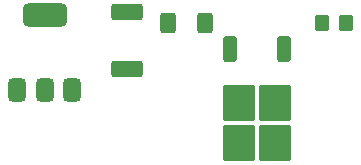
<source format=gbr>
%TF.GenerationSoftware,KiCad,Pcbnew,8.0.2*%
%TF.CreationDate,2024-08-23T15:35:12+02:00*%
%TF.ProjectId,CurrentLimiter2,43757272-656e-4744-9c69-6d6974657232,rev?*%
%TF.SameCoordinates,Original*%
%TF.FileFunction,Paste,Top*%
%TF.FilePolarity,Positive*%
%FSLAX46Y46*%
G04 Gerber Fmt 4.6, Leading zero omitted, Abs format (unit mm)*
G04 Created by KiCad (PCBNEW 8.0.2) date 2024-08-23 15:35:12*
%MOMM*%
%LPD*%
G01*
G04 APERTURE LIST*
G04 Aperture macros list*
%AMRoundRect*
0 Rectangle with rounded corners*
0 $1 Rounding radius*
0 $2 $3 $4 $5 $6 $7 $8 $9 X,Y pos of 4 corners*
0 Add a 4 corners polygon primitive as box body*
4,1,4,$2,$3,$4,$5,$6,$7,$8,$9,$2,$3,0*
0 Add four circle primitives for the rounded corners*
1,1,$1+$1,$2,$3*
1,1,$1+$1,$4,$5*
1,1,$1+$1,$6,$7*
1,1,$1+$1,$8,$9*
0 Add four rect primitives between the rounded corners*
20,1,$1+$1,$2,$3,$4,$5,0*
20,1,$1+$1,$4,$5,$6,$7,0*
20,1,$1+$1,$6,$7,$8,$9,0*
20,1,$1+$1,$8,$9,$2,$3,0*%
G04 Aperture macros list end*
%ADD10RoundRect,0.250000X-0.350000X0.850000X-0.350000X-0.850000X0.350000X-0.850000X0.350000X0.850000X0*%
%ADD11RoundRect,0.250000X-1.125000X1.275000X-1.125000X-1.275000X1.125000X-1.275000X1.125000X1.275000X0*%
%ADD12RoundRect,0.250000X0.350000X0.450000X-0.350000X0.450000X-0.350000X-0.450000X0.350000X-0.450000X0*%
%ADD13RoundRect,0.249999X-1.075001X0.450001X-1.075001X-0.450001X1.075001X-0.450001X1.075001X0.450001X0*%
%ADD14RoundRect,0.250000X0.400000X0.625000X-0.400000X0.625000X-0.400000X-0.625000X0.400000X-0.625000X0*%
%ADD15RoundRect,0.375000X0.375000X-0.625000X0.375000X0.625000X-0.375000X0.625000X-0.375000X-0.625000X0*%
%ADD16RoundRect,0.500000X1.400000X-0.500000X1.400000X0.500000X-1.400000X0.500000X-1.400000X-0.500000X0*%
G04 APERTURE END LIST*
D10*
%TO.C,Q2*%
X135780000Y-95185000D03*
D11*
X135025000Y-99810000D03*
X131975000Y-99810000D03*
X135025000Y-103160000D03*
X131975000Y-103160000D03*
D10*
X131220000Y-95185000D03*
%TD*%
D12*
%TO.C,R1*%
X141000000Y-93000000D03*
X139000000Y-93000000D03*
%TD*%
D13*
%TO.C,R3*%
X122500000Y-92100000D03*
X122500000Y-96900000D03*
%TD*%
D14*
%TO.C,R2*%
X129050000Y-93000000D03*
X125950000Y-93000000D03*
%TD*%
D15*
%TO.C,Q1*%
X113200000Y-98650000D03*
X115500000Y-98650000D03*
D16*
X115500000Y-92350000D03*
D15*
X117800000Y-98650000D03*
%TD*%
M02*

</source>
